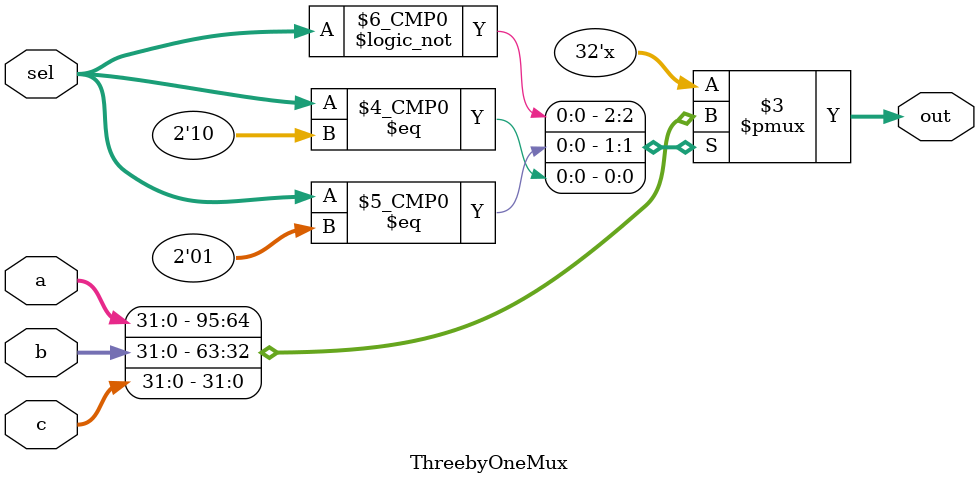
<source format=sv>

module ThreebyOneMux
  (
    input[31:0] a,
    input[31:0] b,
    input[31:0] c,
    input [1:0] sel,
    output reg [31:0] out
  );
  always @(*)
    begin
      case(sel[1:0])
        2'b00: out = a;
        2'b01: out = b;
        2'b10: out = c;
      endcase
    end
endmodule
</source>
